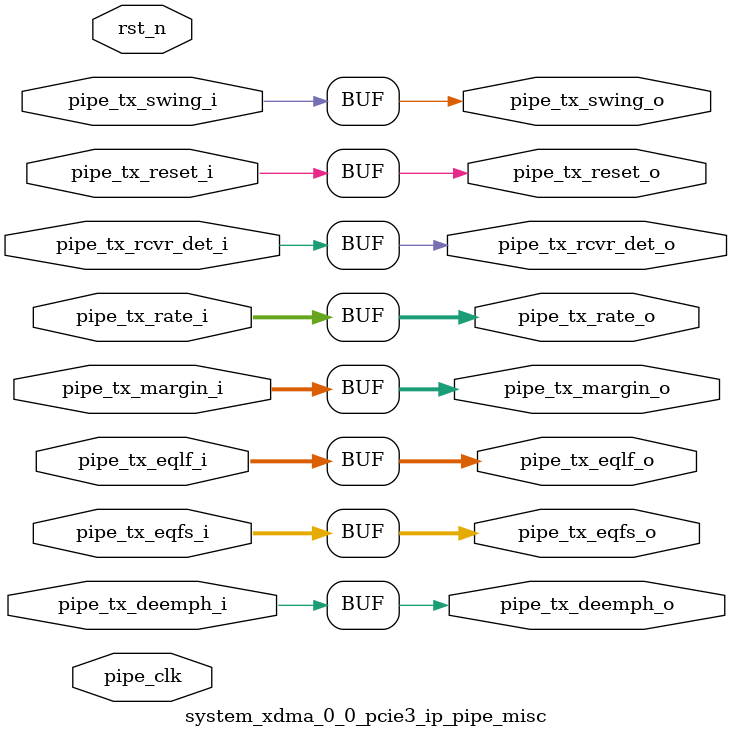
<source format=v>


`timescale 1ps/1ps

(* DowngradeIPIdentifiedWarnings = "yes" *)
module system_xdma_0_0_pcie3_ip_pipe_misc 
 #(
  parameter TCQ = 100,
  parameter PIPE_PIPELINE_STAGES = 0
  ) (
  input  wire         pipe_tx_rcvr_det_i,
  input  wire         pipe_tx_reset_i,
  input  wire   [1:0] pipe_tx_rate_i,
  input  wire         pipe_tx_deemph_i,
  input  wire   [2:0] pipe_tx_margin_i,
  input  wire         pipe_tx_swing_i,
  input  wire   [5:0] pipe_tx_eqfs_i,
  input  wire   [5:0] pipe_tx_eqlf_i,
  output wire         pipe_tx_rcvr_det_o,
  output wire         pipe_tx_reset_o,
  output wire   [1:0] pipe_tx_rate_o,
  output wire         pipe_tx_deemph_o,
  output wire   [2:0] pipe_tx_margin_o,
  output wire         pipe_tx_swing_o,
  output wire   [5:0] pipe_tx_eqfs_o,
  output wire   [5:0] pipe_tx_eqlf_o,
  input  wire         pipe_clk,
  input  wire         rst_n
  );

  reg                 pipe_tx_rcvr_det_q;
  reg                 pipe_tx_reset_q;
  reg           [1:0] pipe_tx_rate_q;
  reg                 pipe_tx_deemph_q;
  reg           [2:0] pipe_tx_margin_q;
  reg                 pipe_tx_swing_q;
  reg           [5:0] pipe_tx_eqfs_q;
  reg           [5:0] pipe_tx_eqlf_q;
  reg                 pipe_tx_rcvr_det_qq;
  reg                 pipe_tx_reset_qq;
  reg           [1:0] pipe_tx_rate_qq;
  reg                 pipe_tx_deemph_qq;
  reg           [2:0] pipe_tx_margin_qq;
  reg                 pipe_tx_swing_qq;
  reg           [5:0] pipe_tx_eqfs_qq;
  reg           [5:0] pipe_tx_eqlf_qq;

  generate
    if (PIPE_PIPELINE_STAGES == 0)
    begin : pipe_stages_0
      assign pipe_tx_rcvr_det_o = pipe_tx_rcvr_det_i;
      assign pipe_tx_reset_o = pipe_tx_reset_i;
      assign pipe_tx_rate_o = pipe_tx_rate_i;
      assign pipe_tx_deemph_o = pipe_tx_deemph_i;
      assign pipe_tx_margin_o = pipe_tx_margin_i;
      assign pipe_tx_swing_o = pipe_tx_swing_i;
      assign pipe_tx_eqfs_o = pipe_tx_eqfs_i;
      assign pipe_tx_eqlf_o = pipe_tx_eqlf_i;
    end
    else if (PIPE_PIPELINE_STAGES == 1)
    begin : pipe_stages_1
      always @(posedge pipe_clk)
      begin
        if (!rst_n)
        begin
          pipe_tx_rcvr_det_q <= #TCQ 1'b0;
          pipe_tx_reset_q <= #TCQ 1'b1;
          pipe_tx_rate_q <= #TCQ 2'b0;
          pipe_tx_deemph_q <= #TCQ 1'b1;
          pipe_tx_margin_q <= #TCQ 3'b0;
          pipe_tx_swing_q <= #TCQ 1'b0;
          pipe_tx_eqfs_q <= #TCQ 5'b0;
          pipe_tx_eqlf_q <= #TCQ 5'b0;
        end
        else
        begin
          pipe_tx_rcvr_det_q <= #TCQ pipe_tx_rcvr_det_i;
          pipe_tx_reset_q <= #TCQ pipe_tx_reset_i;
          pipe_tx_rate_q <= #TCQ pipe_tx_rate_i;
          pipe_tx_deemph_q <= #TCQ pipe_tx_deemph_i;
          pipe_tx_margin_q <= #TCQ pipe_tx_margin_i;
          pipe_tx_swing_q <= #TCQ pipe_tx_swing_i;
          pipe_tx_eqfs_q <= #TCQ pipe_tx_eqfs_i;
          pipe_tx_eqlf_q <= #TCQ pipe_tx_eqlf_i;
        end
      end
      assign pipe_tx_rcvr_det_o = pipe_tx_rcvr_det_q;
      assign pipe_tx_reset_o = pipe_tx_reset_q;
      assign pipe_tx_rate_o = pipe_tx_rate_q;
      assign pipe_tx_deemph_o = pipe_tx_deemph_q;
      assign pipe_tx_margin_o = pipe_tx_margin_q;
      assign pipe_tx_swing_o = pipe_tx_swing_q;
      assign pipe_tx_eqfs_o = pipe_tx_eqfs_q;
      assign pipe_tx_eqlf_o = pipe_tx_eqlf_q;
    end
    else if (PIPE_PIPELINE_STAGES == 2)
    begin : pipe_stages_2
      always @(posedge pipe_clk)
      begin
        if (!rst_n)
        begin
          pipe_tx_rcvr_det_q <= #TCQ 1'b0;
          pipe_tx_reset_q <= #TCQ 1'b1;
          pipe_tx_rate_q <= #TCQ 2'b0;
          pipe_tx_deemph_q <= #TCQ 1'b1;
          pipe_tx_margin_q <= #TCQ 1'b0;
          pipe_tx_swing_q <= #TCQ 1'b0;
          pipe_tx_eqfs_q <= #TCQ 5'b0;
          pipe_tx_eqlf_q <= #TCQ 5'b0;
          pipe_tx_rcvr_det_qq <= #TCQ 1'b0;
          pipe_tx_reset_qq <= #TCQ 1'b1;
          pipe_tx_rate_qq <= #TCQ 2'b0;
          pipe_tx_deemph_qq <= #TCQ 1'b1;
          pipe_tx_margin_qq <= #TCQ 1'b0;
          pipe_tx_swing_qq <= #TCQ 1'b0;
          pipe_tx_eqfs_qq <= #TCQ 5'b0;
          pipe_tx_eqlf_qq <= #TCQ 5'b0;
        end
        else
        begin
          pipe_tx_rcvr_det_q <= #TCQ pipe_tx_rcvr_det_i;
          pipe_tx_reset_q <= #TCQ pipe_tx_reset_i;
          pipe_tx_rate_q <= #TCQ pipe_tx_rate_i;
          pipe_tx_deemph_q <= #TCQ pipe_tx_deemph_i;
          pipe_tx_margin_q <= #TCQ pipe_tx_margin_i;
          pipe_tx_swing_q <= #TCQ pipe_tx_swing_i;
          pipe_tx_eqfs_q <= #TCQ pipe_tx_eqfs_i;
          pipe_tx_eqlf_q <= #TCQ pipe_tx_eqlf_i;
          pipe_tx_rcvr_det_qq <= #TCQ pipe_tx_rcvr_det_q;
          pipe_tx_reset_qq <= #TCQ pipe_tx_reset_q;
          pipe_tx_rate_qq <= #TCQ pipe_tx_rate_q;
          pipe_tx_deemph_qq <= #TCQ pipe_tx_deemph_q;
          pipe_tx_margin_qq <= #TCQ pipe_tx_margin_q;
          pipe_tx_swing_qq <= #TCQ pipe_tx_swing_q;
          pipe_tx_eqfs_qq <= #TCQ pipe_tx_eqfs_q;
          pipe_tx_eqlf_qq <= #TCQ pipe_tx_eqlf_q;
        end
      end
      assign pipe_tx_rcvr_det_o = pipe_tx_rcvr_det_qq;
      assign pipe_tx_reset_o = pipe_tx_reset_qq;
      assign pipe_tx_rate_o = pipe_tx_rate_qq;
      assign pipe_tx_deemph_o = pipe_tx_deemph_qq;
      assign pipe_tx_margin_o = pipe_tx_margin_qq;
      assign pipe_tx_swing_o = pipe_tx_swing_qq;
      assign pipe_tx_eqfs_o = pipe_tx_eqfs_qq;
      assign pipe_tx_eqlf_o = pipe_tx_eqlf_qq;
    end
    else
    begin
      assign pipe_tx_rcvr_det_o = pipe_tx_rcvr_det_i;
      assign pipe_tx_reset_o = pipe_tx_reset_i;
      assign pipe_tx_rate_o = pipe_tx_rate_i;
      assign pipe_tx_deemph_o = pipe_tx_deemph_i;
      assign pipe_tx_margin_o = pipe_tx_margin_i;
      assign pipe_tx_swing_o = pipe_tx_swing_i;
      assign pipe_tx_eqfs_o = pipe_tx_eqfs_i;
      assign pipe_tx_eqlf_o = pipe_tx_eqlf_i;
    end
  endgenerate

endmodule

</source>
